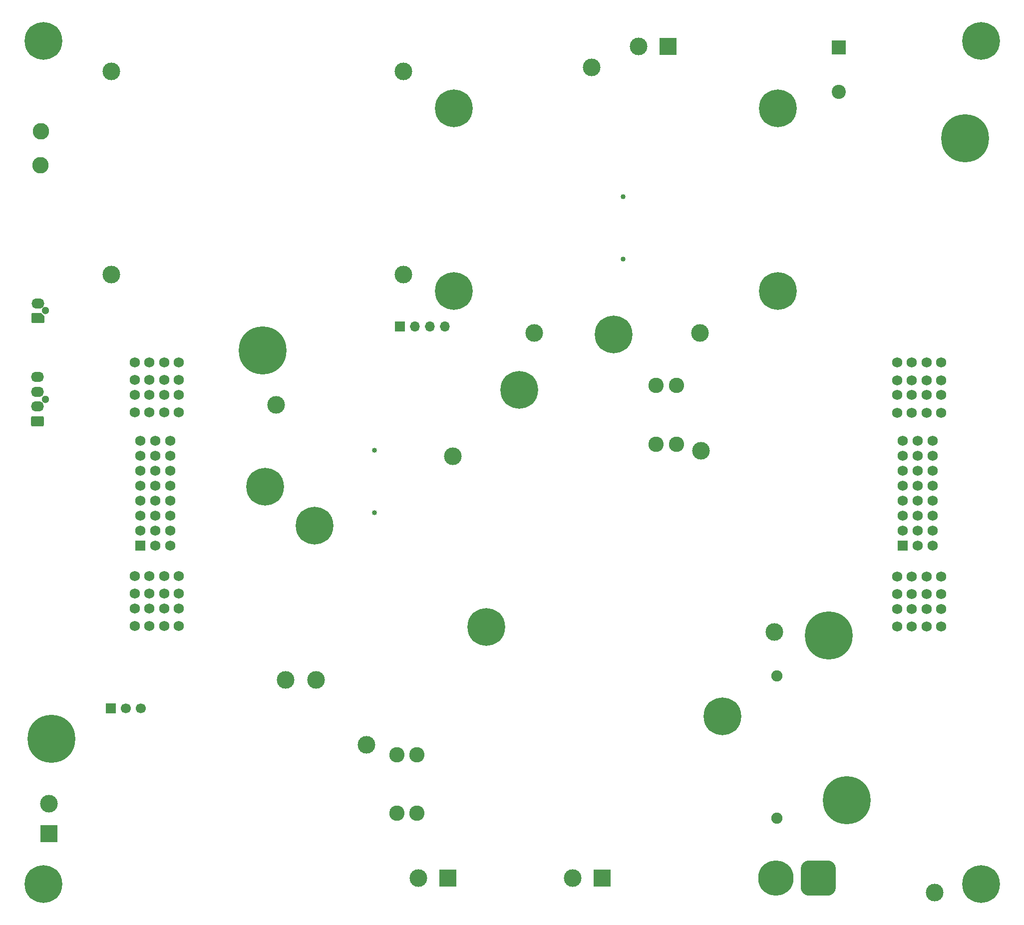
<source format=gbr>
%TF.GenerationSoftware,KiCad,Pcbnew,9.0.6*%
%TF.CreationDate,2026-01-13T22:37:12-06:00*%
%TF.ProjectId,LV Carrier Board,4c562043-6172-4726-9965-7220426f6172,rev?*%
%TF.SameCoordinates,Original*%
%TF.FileFunction,Soldermask,Bot*%
%TF.FilePolarity,Negative*%
%FSLAX46Y46*%
G04 Gerber Fmt 4.6, Leading zero omitted, Abs format (unit mm)*
G04 Created by KiCad (PCBNEW 9.0.6) date 2026-01-13 22:37:12*
%MOMM*%
%LPD*%
G01*
G04 APERTURE LIST*
G04 Aperture macros list*
%AMRoundRect*
0 Rectangle with rounded corners*
0 $1 Rounding radius*
0 $2 $3 $4 $5 $6 $7 $8 $9 X,Y pos of 4 corners*
0 Add a 4 corners polygon primitive as box body*
4,1,4,$2,$3,$4,$5,$6,$7,$8,$9,$2,$3,0*
0 Add four circle primitives for the rounded corners*
1,1,$1+$1,$2,$3*
1,1,$1+$1,$4,$5*
1,1,$1+$1,$6,$7*
1,1,$1+$1,$8,$9*
0 Add four rect primitives between the rounded corners*
20,1,$1+$1,$2,$3,$4,$5,0*
20,1,$1+$1,$4,$5,$6,$7,0*
20,1,$1+$1,$6,$7,$8,$9,0*
20,1,$1+$1,$8,$9,$2,$3,0*%
%AMFreePoly0*
4,1,22,0.945671,0.830970,1.026777,0.776777,1.080970,0.695671,1.100000,0.600000,1.100000,-0.600000,1.080970,-0.695671,1.026777,-0.776777,0.945671,-0.830970,0.850000,-0.850000,-0.450000,-0.850000,-0.545671,-0.830970,-0.626777,-0.776777,-1.026777,-0.376777,-1.080970,-0.295671,-1.100000,-0.200000,-1.100000,0.600000,-1.080970,0.695671,-1.026777,0.776777,-0.945671,0.830970,-0.850000,0.850000,
0.850000,0.850000,0.945671,0.830970,0.945671,0.830970,$1*%
G04 Aperture macros list end*
%ADD10C,2.800000*%
%ADD11C,1.300000*%
%ADD12FreePoly0,180.000000*%
%ADD13O,2.200000X1.700000*%
%ADD14C,3.600000*%
%ADD15C,6.400000*%
%ADD16C,3.000000*%
%ADD17R,1.700000X1.700000*%
%ADD18C,1.700000*%
%ADD19RoundRect,0.102000X-0.765000X0.765000X-0.765000X-0.765000X0.765000X-0.765000X0.765000X0.765000X0*%
%ADD20C,1.734000*%
%ADD21C,8.115000*%
%ADD22O,1.700000X1.700000*%
%ADD23R,3.000000X3.000000*%
%ADD24R,2.400000X2.400000*%
%ADD25C,2.400000*%
%ADD26C,0.850000*%
%ADD27C,2.604000*%
%ADD28RoundRect,1.500000X1.500000X1.500000X-1.500000X1.500000X-1.500000X-1.500000X1.500000X-1.500000X0*%
%ADD29C,6.000000*%
%ADD30C,1.905000*%
%ADD31RoundRect,0.250000X0.850000X0.600000X-0.850000X0.600000X-0.850000X-0.600000X0.850000X-0.600000X0*%
G04 APERTURE END LIST*
D10*
%TO.C,TP23*%
X17550000Y-48100000D03*
%TD*%
%TO.C,TP20*%
X17600000Y-42350000D03*
%TD*%
D11*
%TO.C,J4*%
X18410000Y-72750000D03*
D12*
X17070000Y-74000000D03*
D13*
X17070000Y-71500000D03*
%TD*%
D14*
%TO.C,H5*%
X114700000Y-76800000D03*
D15*
X114700000Y-76800000D03*
%TD*%
D16*
%TO.C,TP26*%
X59100000Y-135400000D03*
%TD*%
%TO.C,TP19*%
X57500000Y-88700000D03*
%TD*%
D17*
%TO.C,J13*%
X29420000Y-140185000D03*
D18*
X31960000Y-140185000D03*
X34500000Y-140185000D03*
%TD*%
D16*
%TO.C,TP9*%
X129500000Y-96500000D03*
%TD*%
%TO.C,TP21*%
X72800000Y-146400000D03*
%TD*%
D19*
%TO.C,U2*%
X163710000Y-112630000D03*
D20*
X163710000Y-110090000D03*
X163710000Y-107550000D03*
X163710000Y-105010000D03*
X163710000Y-102470000D03*
X163710000Y-99930000D03*
X163710000Y-97390000D03*
X163710000Y-94850000D03*
X166250000Y-112630000D03*
X166250000Y-110090000D03*
X166250000Y-107550000D03*
X166250000Y-105010000D03*
X166250000Y-102470000D03*
X166250000Y-99930000D03*
X166250000Y-97390000D03*
X166250000Y-94850000D03*
X168790000Y-112630000D03*
X168790000Y-110090000D03*
X168790000Y-107550000D03*
X168790000Y-105010000D03*
X168790000Y-102470000D03*
X168790000Y-99930000D03*
X168790000Y-97390000D03*
X168790000Y-94850000D03*
X170300000Y-123300000D03*
X167800000Y-123300000D03*
X165300000Y-123300000D03*
X162800000Y-123300000D03*
X170300000Y-126300000D03*
X167800000Y-126300000D03*
X165300000Y-126300000D03*
X162800000Y-126300000D03*
X170300000Y-117800000D03*
X167800000Y-117800000D03*
X165300000Y-117800000D03*
X162800000Y-117800000D03*
X170300000Y-120800000D03*
X167800000Y-120800000D03*
X165300000Y-120800000D03*
X162800000Y-120800000D03*
X170300000Y-87040000D03*
X167800000Y-87040000D03*
X165300000Y-87040000D03*
X162800000Y-87040000D03*
X170300000Y-90040000D03*
X167800000Y-90040000D03*
X165300000Y-90040000D03*
X162800000Y-90040000D03*
X170300000Y-81540000D03*
X167800000Y-81540000D03*
X165300000Y-81540000D03*
X162800000Y-81540000D03*
X170300000Y-84540000D03*
X167800000Y-84540000D03*
X165300000Y-84540000D03*
X162800000Y-84540000D03*
%TD*%
D16*
%TO.C,TP25*%
X64300000Y-135400000D03*
%TD*%
D21*
%TO.C,J16*%
X19390000Y-145350000D03*
%TD*%
D17*
%TO.C,J7*%
X78520000Y-75400000D03*
D22*
X81060000Y-75400000D03*
X83600000Y-75400000D03*
X86140000Y-75400000D03*
%TD*%
D21*
%TO.C,J15*%
X154300000Y-155740000D03*
%TD*%
D23*
%TO.C,J8*%
X112800000Y-169000000D03*
D16*
X107800000Y-169000000D03*
%TD*%
%TO.C,TP11*%
X87450000Y-97400000D03*
%TD*%
D24*
%TO.C,C3*%
X152900000Y-28087246D03*
D25*
X152900000Y-35587246D03*
%TD*%
D21*
%TO.C,J14*%
X151250000Y-127840000D03*
%TD*%
D19*
%TO.C,U4*%
X34420000Y-112580000D03*
D20*
X34420000Y-110040000D03*
X34420000Y-107500000D03*
X34420000Y-104960000D03*
X34420000Y-102420000D03*
X34420000Y-99880000D03*
X34420000Y-97340000D03*
X34420000Y-94800000D03*
X36960000Y-112580000D03*
X36960000Y-110040000D03*
X36960000Y-107500000D03*
X36960000Y-104960000D03*
X36960000Y-102420000D03*
X36960000Y-99880000D03*
X36960000Y-97340000D03*
X36960000Y-94800000D03*
X39500000Y-112580000D03*
X39500000Y-110040000D03*
X39500000Y-107500000D03*
X39500000Y-104960000D03*
X39500000Y-102420000D03*
X39500000Y-99880000D03*
X39500000Y-97340000D03*
X39500000Y-94800000D03*
X41010000Y-123250000D03*
X38510000Y-123250000D03*
X36010000Y-123250000D03*
X33510000Y-123250000D03*
X41010000Y-126250000D03*
X38510000Y-126250000D03*
X36010000Y-126250000D03*
X33510000Y-126250000D03*
X41010000Y-117750000D03*
X38510000Y-117750000D03*
X36010000Y-117750000D03*
X33510000Y-117750000D03*
X41010000Y-120750000D03*
X38510000Y-120750000D03*
X36010000Y-120750000D03*
X33510000Y-120750000D03*
X41010000Y-86990000D03*
X38510000Y-86990000D03*
X36010000Y-86990000D03*
X33510000Y-86990000D03*
X41010000Y-89990000D03*
X38510000Y-89990000D03*
X36010000Y-89990000D03*
X33510000Y-89990000D03*
X41010000Y-81490000D03*
X38510000Y-81490000D03*
X36010000Y-81490000D03*
X33510000Y-81490000D03*
X41010000Y-84490000D03*
X38510000Y-84490000D03*
X36010000Y-84490000D03*
X33510000Y-84490000D03*
%TD*%
D16*
%TO.C,TP14*%
X111000000Y-31500000D03*
%TD*%
D26*
%TO.C,J6*%
X116350000Y-64000000D03*
X116350000Y-53400000D03*
D14*
X142600000Y-69400000D03*
D15*
X142600000Y-69400000D03*
D14*
X142600000Y-38400000D03*
D15*
X142600000Y-38400000D03*
D14*
X87600000Y-69400000D03*
D15*
X87600000Y-69400000D03*
D14*
X87600000Y-38400000D03*
D15*
X87600000Y-38400000D03*
%TD*%
D16*
%TO.C,TP15*%
X169200000Y-171400000D03*
%TD*%
D23*
%TO.C,J12*%
X19000000Y-161400000D03*
D16*
X19000000Y-156400000D03*
%TD*%
D14*
%TO.C,H2*%
X177000000Y-27000000D03*
D15*
X177000000Y-27000000D03*
%TD*%
D14*
%TO.C,H3*%
X177000000Y-170000000D03*
D15*
X177000000Y-170000000D03*
%TD*%
D21*
%TO.C,J11*%
X174350000Y-43500000D03*
%TD*%
D16*
%TO.C,TP18*%
X101300000Y-76500000D03*
%TD*%
D14*
%TO.C,H4*%
X18000000Y-170000000D03*
D15*
X18000000Y-170000000D03*
%TD*%
D23*
%TO.C,J9*%
X123950000Y-27900000D03*
D16*
X118950000Y-27900000D03*
%TD*%
%TO.C,TP17*%
X142000000Y-127200000D03*
%TD*%
D14*
%TO.C,H1*%
X18000000Y-27000000D03*
D15*
X18000000Y-27000000D03*
%TD*%
D16*
%TO.C,TP22*%
X129400000Y-76500000D03*
%TD*%
%TO.C,U5*%
X29550000Y-32150000D03*
X29550000Y-66650000D03*
X79050000Y-32150000D03*
X79050000Y-66650000D03*
%TD*%
D23*
%TO.C,J5*%
X86600000Y-169000000D03*
D16*
X81600000Y-169000000D03*
%TD*%
D27*
%TO.C,F1*%
X78000000Y-157960000D03*
X81400000Y-157960000D03*
X78000000Y-148040000D03*
X81400000Y-148040000D03*
%TD*%
%TO.C,F3*%
X121950000Y-95360000D03*
X125350000Y-95360000D03*
X121950000Y-85440000D03*
X125350000Y-85440000D03*
%TD*%
D21*
%TO.C,J10*%
X55200000Y-79500000D03*
%TD*%
D28*
%TO.C,J3*%
X149400000Y-169000000D03*
D29*
X142200000Y-169000000D03*
%TD*%
D30*
%TO.C,F2*%
X142400000Y-134670000D03*
X142400000Y-158800000D03*
%TD*%
D14*
%TO.C,H6*%
X55600000Y-102635110D03*
D15*
X55600000Y-102635110D03*
%TD*%
D14*
%TO.C,U8*%
X93150000Y-126350000D03*
D15*
X93150000Y-126350000D03*
D14*
X133150000Y-141550000D03*
D15*
X133150000Y-141550000D03*
%TD*%
D11*
%TO.C,J2*%
X18340000Y-87750000D03*
D31*
X17000000Y-91500000D03*
D13*
X17000000Y-89000000D03*
X17000000Y-86500000D03*
X17000000Y-84000000D03*
%TD*%
D26*
%TO.C,J1*%
X74200000Y-96400000D03*
X74200000Y-107000000D03*
D14*
X64010000Y-109229780D03*
D15*
X64010000Y-109229780D03*
D14*
X98719971Y-86159809D03*
D15*
X98719971Y-86159809D03*
%TD*%
M02*

</source>
